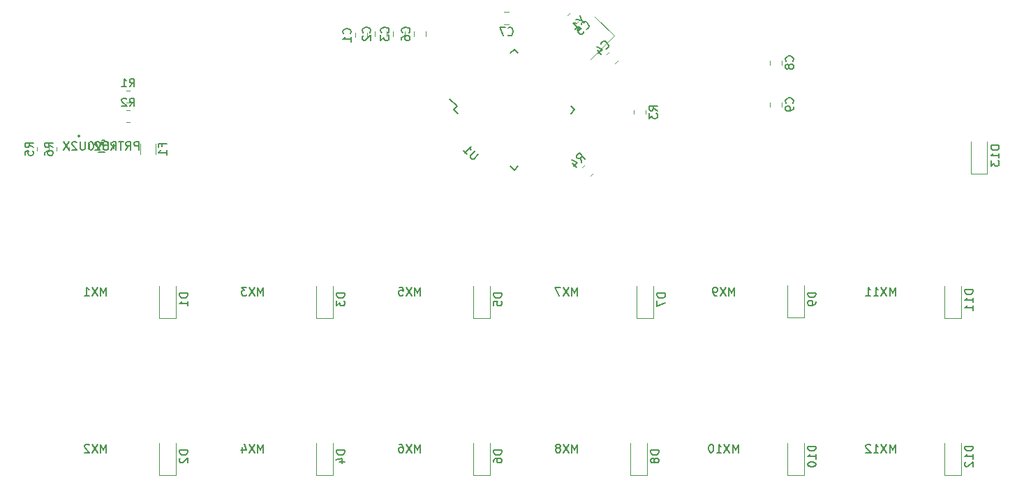
<source format=gbr>
%TF.GenerationSoftware,KiCad,Pcbnew,(5.1.9)-1*%
%TF.CreationDate,2021-03-22T08:17:26-07:00*%
%TF.ProjectId,millipad,6d696c6c-6970-4616-942e-6b696361645f,rev?*%
%TF.SameCoordinates,Original*%
%TF.FileFunction,Legend,Bot*%
%TF.FilePolarity,Positive*%
%FSLAX46Y46*%
G04 Gerber Fmt 4.6, Leading zero omitted, Abs format (unit mm)*
G04 Created by KiCad (PCBNEW (5.1.9)-1) date 2021-03-22 08:17:26*
%MOMM*%
%LPD*%
G01*
G04 APERTURE LIST*
%ADD10C,0.120000*%
%ADD11C,0.152400*%
%ADD12C,0.150000*%
G04 APERTURE END LIST*
D10*
%TO.C,C1*%
X120391250Y-44664998D02*
X120391250Y-45187502D01*
X121861250Y-44664998D02*
X121861250Y-45187502D01*
%TO.C,Y1*%
X149472487Y-42662810D02*
X151805940Y-44996263D01*
X151805940Y-44996263D02*
X148977513Y-47824690D01*
D11*
%TO.C,U2*%
X89270839Y-59118500D02*
X90022761Y-59118500D01*
X91145400Y-58724195D02*
X91145400Y-58115803D01*
X90022760Y-57721500D02*
X89677240Y-57721500D01*
X88148200Y-58115803D02*
X88148200Y-58724195D01*
X87005200Y-57175400D02*
G75*
G03*
X87005200Y-57175400I-127000J0D01*
G01*
D12*
%TO.C,U1*%
X132381445Y-53975000D02*
X132788031Y-53568414D01*
X139700000Y-61293555D02*
X140177297Y-60816258D01*
X147018555Y-53975000D02*
X146541258Y-54452297D01*
X139700000Y-46656445D02*
X139222703Y-47133742D01*
X132381445Y-53975000D02*
X132858742Y-54452297D01*
X139700000Y-46656445D02*
X140177297Y-47133742D01*
X147018555Y-53975000D02*
X146541258Y-53497703D01*
X139700000Y-61293555D02*
X139222703Y-60816258D01*
X132788031Y-53568414D02*
X131886470Y-52666852D01*
D10*
%TO.C,R6*%
X84196250Y-58510436D02*
X84196250Y-58964564D01*
X85666250Y-58510436D02*
X85666250Y-58964564D01*
%TO.C,R5*%
X81815000Y-58510436D02*
X81815000Y-58964564D01*
X83285000Y-58510436D02*
X83285000Y-58964564D01*
%TO.C,R4*%
X148230835Y-60637218D02*
X147909718Y-60958335D01*
X149270282Y-61676665D02*
X148949165Y-61997782D01*
%TO.C,R3*%
X155675000Y-54479564D02*
X155675000Y-54025436D01*
X154205000Y-54479564D02*
X154205000Y-54025436D01*
%TO.C,R2*%
X93095814Y-54033750D02*
X92641686Y-54033750D01*
X93095814Y-55503750D02*
X92641686Y-55503750D01*
%TO.C,R1*%
X93095814Y-51652500D02*
X92641686Y-51652500D01*
X93095814Y-53122500D02*
X92641686Y-53122500D01*
%TO.C,F1*%
X96160000Y-59339564D02*
X96160000Y-58135436D01*
X94340000Y-59339564D02*
X94340000Y-58135436D01*
%TO.C,D13*%
X197056250Y-61781250D02*
X195056250Y-61781250D01*
X195056250Y-61781250D02*
X195056250Y-57881250D01*
X197056250Y-61781250D02*
X197056250Y-57881250D01*
%TO.C,D12*%
X193881250Y-98293750D02*
X191881250Y-98293750D01*
X191881250Y-98293750D02*
X191881250Y-94393750D01*
X193881250Y-98293750D02*
X193881250Y-94393750D01*
%TO.C,D11*%
X193881250Y-79306250D02*
X191881250Y-79306250D01*
X191881250Y-79306250D02*
X191881250Y-75406250D01*
X193881250Y-79306250D02*
X193881250Y-75406250D01*
%TO.C,D10*%
X174831250Y-98293750D02*
X172831250Y-98293750D01*
X172831250Y-98293750D02*
X172831250Y-94393750D01*
X174831250Y-98293750D02*
X174831250Y-94393750D01*
%TO.C,D9*%
X174831250Y-79181250D02*
X172831250Y-79181250D01*
X172831250Y-79181250D02*
X172831250Y-75281250D01*
X174831250Y-79181250D02*
X174831250Y-75281250D01*
%TO.C,D8*%
X155781250Y-98293750D02*
X153781250Y-98293750D01*
X153781250Y-98293750D02*
X153781250Y-94393750D01*
X155781250Y-98293750D02*
X155781250Y-94393750D01*
%TO.C,D7*%
X156575000Y-79243750D02*
X154575000Y-79243750D01*
X154575000Y-79243750D02*
X154575000Y-75343750D01*
X156575000Y-79243750D02*
X156575000Y-75343750D01*
%TO.C,D6*%
X136731250Y-98293750D02*
X134731250Y-98293750D01*
X134731250Y-98293750D02*
X134731250Y-94393750D01*
X136731250Y-98293750D02*
X136731250Y-94393750D01*
%TO.C,D5*%
X136731250Y-79243750D02*
X134731250Y-79243750D01*
X134731250Y-79243750D02*
X134731250Y-75343750D01*
X136731250Y-79243750D02*
X136731250Y-75343750D01*
%TO.C,D4*%
X117681250Y-98293750D02*
X115681250Y-98293750D01*
X115681250Y-98293750D02*
X115681250Y-94393750D01*
X117681250Y-98293750D02*
X117681250Y-94393750D01*
%TO.C,D3*%
X117681250Y-79243750D02*
X115681250Y-79243750D01*
X115681250Y-79243750D02*
X115681250Y-75343750D01*
X117681250Y-79243750D02*
X117681250Y-75343750D01*
%TO.C,D2*%
X98631250Y-98293750D02*
X96631250Y-98293750D01*
X96631250Y-98293750D02*
X96631250Y-94393750D01*
X98631250Y-98293750D02*
X98631250Y-94393750D01*
%TO.C,D1*%
X98631250Y-79243750D02*
X96631250Y-79243750D01*
X96631250Y-79243750D02*
X96631250Y-75343750D01*
X98631250Y-79243750D02*
X98631250Y-75343750D01*
%TO.C,C9*%
X172185000Y-53601252D02*
X172185000Y-53078748D01*
X170715000Y-53601252D02*
X170715000Y-53078748D01*
%TO.C,C8*%
X172185000Y-48521252D02*
X172185000Y-47998748D01*
X170715000Y-48521252D02*
X170715000Y-47998748D01*
%TO.C,C7*%
X138488748Y-43597500D02*
X139011252Y-43597500D01*
X138488748Y-42127500D02*
X139011252Y-42127500D01*
%TO.C,C6*%
X127535000Y-44508748D02*
X127535000Y-45031252D01*
X129005000Y-44508748D02*
X129005000Y-45031252D01*
%TO.C,C5*%
X147178740Y-43566957D02*
X147548207Y-43197490D01*
X146139293Y-42527510D02*
X146508760Y-42158043D01*
%TO.C,C4*%
X151271260Y-46920543D02*
X150901793Y-47290010D01*
X152310707Y-47959990D02*
X151941240Y-48329457D01*
%TO.C,C3*%
X124995000Y-44508748D02*
X124995000Y-45031252D01*
X126465000Y-44508748D02*
X126465000Y-45031252D01*
%TO.C,C2*%
X122772500Y-44508748D02*
X122772500Y-45031252D01*
X124242500Y-44508748D02*
X124242500Y-45031252D01*
%TO.C,C1*%
D12*
X119803392Y-44759583D02*
X119851011Y-44711964D01*
X119898630Y-44569107D01*
X119898630Y-44473869D01*
X119851011Y-44331011D01*
X119755773Y-44235773D01*
X119660535Y-44188154D01*
X119470059Y-44140535D01*
X119327202Y-44140535D01*
X119136726Y-44188154D01*
X119041488Y-44235773D01*
X118946250Y-44331011D01*
X118898630Y-44473869D01*
X118898630Y-44569107D01*
X118946250Y-44711964D01*
X118993869Y-44759583D01*
X119898630Y-45711964D02*
X119898630Y-45140535D01*
X119898630Y-45426250D02*
X118898630Y-45426250D01*
X119041488Y-45331011D01*
X119136726Y-45235773D01*
X119184345Y-45140535D01*
%TO.C,Y1*%
X147812469Y-43157784D02*
X148149187Y-43494502D01*
X147677782Y-42551693D02*
X147812469Y-43157784D01*
X147206378Y-43023097D01*
X147307393Y-44336295D02*
X147711454Y-43932234D01*
X147509423Y-44134265D02*
X146802317Y-43427158D01*
X146970675Y-43460830D01*
X147105362Y-43460830D01*
X147206378Y-43427158D01*
%TO.C,U2*%
X90408704Y-57872380D02*
X90408704Y-58681904D01*
X90361085Y-58777142D01*
X90313466Y-58824761D01*
X90218228Y-58872380D01*
X90027752Y-58872380D01*
X89932514Y-58824761D01*
X89884895Y-58777142D01*
X89837276Y-58681904D01*
X89837276Y-57872380D01*
X89408704Y-57967619D02*
X89361085Y-57920000D01*
X89265847Y-57872380D01*
X89027752Y-57872380D01*
X88932514Y-57920000D01*
X88884895Y-57967619D01*
X88837276Y-58062857D01*
X88837276Y-58158095D01*
X88884895Y-58300952D01*
X89456323Y-58872380D01*
X88837276Y-58872380D01*
X94146800Y-58872380D02*
X94146800Y-57872380D01*
X93765847Y-57872380D01*
X93670609Y-57920000D01*
X93622990Y-57967619D01*
X93575371Y-58062857D01*
X93575371Y-58205714D01*
X93622990Y-58300952D01*
X93670609Y-58348571D01*
X93765847Y-58396190D01*
X94146800Y-58396190D01*
X92575371Y-58872380D02*
X92908704Y-58396190D01*
X93146800Y-58872380D02*
X93146800Y-57872380D01*
X92765847Y-57872380D01*
X92670609Y-57920000D01*
X92622990Y-57967619D01*
X92575371Y-58062857D01*
X92575371Y-58205714D01*
X92622990Y-58300952D01*
X92670609Y-58348571D01*
X92765847Y-58396190D01*
X93146800Y-58396190D01*
X92289657Y-57872380D02*
X91718228Y-57872380D01*
X92003942Y-58872380D02*
X92003942Y-57872380D01*
X90813466Y-58872380D02*
X91146800Y-58396190D01*
X91384895Y-58872380D02*
X91384895Y-57872380D01*
X91003942Y-57872380D01*
X90908704Y-57920000D01*
X90861085Y-57967619D01*
X90813466Y-58062857D01*
X90813466Y-58205714D01*
X90861085Y-58300952D01*
X90908704Y-58348571D01*
X91003942Y-58396190D01*
X91384895Y-58396190D01*
X89908704Y-57872380D02*
X90384895Y-57872380D01*
X90432514Y-58348571D01*
X90384895Y-58300952D01*
X90289657Y-58253333D01*
X90051561Y-58253333D01*
X89956323Y-58300952D01*
X89908704Y-58348571D01*
X89861085Y-58443809D01*
X89861085Y-58681904D01*
X89908704Y-58777142D01*
X89956323Y-58824761D01*
X90051561Y-58872380D01*
X90289657Y-58872380D01*
X90384895Y-58824761D01*
X90432514Y-58777142D01*
X89575371Y-57872380D02*
X89242038Y-58872380D01*
X88908704Y-57872380D01*
X88384895Y-57872380D02*
X88289657Y-57872380D01*
X88194419Y-57920000D01*
X88146800Y-57967619D01*
X88099180Y-58062857D01*
X88051561Y-58253333D01*
X88051561Y-58491428D01*
X88099180Y-58681904D01*
X88146800Y-58777142D01*
X88194419Y-58824761D01*
X88289657Y-58872380D01*
X88384895Y-58872380D01*
X88480133Y-58824761D01*
X88527752Y-58777142D01*
X88575371Y-58681904D01*
X88622990Y-58491428D01*
X88622990Y-58253333D01*
X88575371Y-58062857D01*
X88527752Y-57967619D01*
X88480133Y-57920000D01*
X88384895Y-57872380D01*
X87622990Y-57872380D02*
X87622990Y-58681904D01*
X87575371Y-58777142D01*
X87527752Y-58824761D01*
X87432514Y-58872380D01*
X87242038Y-58872380D01*
X87146800Y-58824761D01*
X87099180Y-58777142D01*
X87051561Y-58681904D01*
X87051561Y-57872380D01*
X86622990Y-57967619D02*
X86575371Y-57920000D01*
X86480133Y-57872380D01*
X86242038Y-57872380D01*
X86146800Y-57920000D01*
X86099180Y-57967619D01*
X86051561Y-58062857D01*
X86051561Y-58158095D01*
X86099180Y-58300952D01*
X86670609Y-58872380D01*
X86051561Y-58872380D01*
X85718228Y-57872380D02*
X85051561Y-58872380D01*
X85051561Y-57872380D02*
X85718228Y-58872380D01*
X89646800Y-57872380D02*
X89646800Y-58110476D01*
X89884895Y-58015238D02*
X89646800Y-58110476D01*
X89408704Y-58015238D01*
X89789657Y-58300952D02*
X89646800Y-58110476D01*
X89503942Y-58300952D01*
%TO.C,U1*%
X135358027Y-59394468D02*
X134785607Y-59966888D01*
X134684592Y-60000560D01*
X134617248Y-60000560D01*
X134516233Y-59966888D01*
X134381546Y-59832201D01*
X134347874Y-59731186D01*
X134347874Y-59663842D01*
X134381546Y-59562827D01*
X134953966Y-58990407D01*
X133539752Y-58990407D02*
X133943813Y-59394468D01*
X133741783Y-59192438D02*
X134448889Y-58485331D01*
X134415218Y-58653690D01*
X134415218Y-58788377D01*
X134448889Y-58889392D01*
%TO.C,R6*%
X83733630Y-58570833D02*
X83257440Y-58237500D01*
X83733630Y-57999404D02*
X82733630Y-57999404D01*
X82733630Y-58380357D01*
X82781250Y-58475595D01*
X82828869Y-58523214D01*
X82924107Y-58570833D01*
X83066964Y-58570833D01*
X83162202Y-58523214D01*
X83209821Y-58475595D01*
X83257440Y-58380357D01*
X83257440Y-57999404D01*
X82733630Y-59427976D02*
X82733630Y-59237500D01*
X82781250Y-59142261D01*
X82828869Y-59094642D01*
X82971726Y-58999404D01*
X83162202Y-58951785D01*
X83543154Y-58951785D01*
X83638392Y-58999404D01*
X83686011Y-59047023D01*
X83733630Y-59142261D01*
X83733630Y-59332738D01*
X83686011Y-59427976D01*
X83638392Y-59475595D01*
X83543154Y-59523214D01*
X83305059Y-59523214D01*
X83209821Y-59475595D01*
X83162202Y-59427976D01*
X83114583Y-59332738D01*
X83114583Y-59142261D01*
X83162202Y-59047023D01*
X83209821Y-58999404D01*
X83305059Y-58951785D01*
%TO.C,R5*%
X81352380Y-58570833D02*
X80876190Y-58237500D01*
X81352380Y-57999404D02*
X80352380Y-57999404D01*
X80352380Y-58380357D01*
X80400000Y-58475595D01*
X80447619Y-58523214D01*
X80542857Y-58570833D01*
X80685714Y-58570833D01*
X80780952Y-58523214D01*
X80828571Y-58475595D01*
X80876190Y-58380357D01*
X80876190Y-57999404D01*
X80352380Y-59475595D02*
X80352380Y-58999404D01*
X80828571Y-58951785D01*
X80780952Y-58999404D01*
X80733333Y-59094642D01*
X80733333Y-59332738D01*
X80780952Y-59427976D01*
X80828571Y-59475595D01*
X80923809Y-59523214D01*
X81161904Y-59523214D01*
X81257142Y-59475595D01*
X81304761Y-59427976D01*
X81352380Y-59332738D01*
X81352380Y-59094642D01*
X81304761Y-58999404D01*
X81257142Y-58951785D01*
%TO.C,R4*%
X147861006Y-60352804D02*
X147759991Y-59780384D01*
X148265067Y-59948743D02*
X147557961Y-59241636D01*
X147288586Y-59511010D01*
X147254915Y-59612025D01*
X147254915Y-59679369D01*
X147288586Y-59780384D01*
X147389602Y-59881399D01*
X147490617Y-59915071D01*
X147557961Y-59915071D01*
X147658976Y-59881399D01*
X147928350Y-59612025D01*
X146783510Y-60487491D02*
X147254915Y-60958896D01*
X146682495Y-60049758D02*
X147355930Y-60386476D01*
X146918197Y-60824209D01*
%TO.C,R3*%
X157042380Y-54085833D02*
X156566190Y-53752500D01*
X157042380Y-53514404D02*
X156042380Y-53514404D01*
X156042380Y-53895357D01*
X156090000Y-53990595D01*
X156137619Y-54038214D01*
X156232857Y-54085833D01*
X156375714Y-54085833D01*
X156470952Y-54038214D01*
X156518571Y-53990595D01*
X156566190Y-53895357D01*
X156566190Y-53514404D01*
X156042380Y-54419166D02*
X156042380Y-55038214D01*
X156423333Y-54704880D01*
X156423333Y-54847738D01*
X156470952Y-54942976D01*
X156518571Y-54990595D01*
X156613809Y-55038214D01*
X156851904Y-55038214D01*
X156947142Y-54990595D01*
X156994761Y-54942976D01*
X157042380Y-54847738D01*
X157042380Y-54562023D01*
X156994761Y-54466785D01*
X156947142Y-54419166D01*
%TO.C,R2*%
X93035416Y-53571130D02*
X93368750Y-53094940D01*
X93606845Y-53571130D02*
X93606845Y-52571130D01*
X93225892Y-52571130D01*
X93130654Y-52618750D01*
X93083035Y-52666369D01*
X93035416Y-52761607D01*
X93035416Y-52904464D01*
X93083035Y-52999702D01*
X93130654Y-53047321D01*
X93225892Y-53094940D01*
X93606845Y-53094940D01*
X92654464Y-52666369D02*
X92606845Y-52618750D01*
X92511607Y-52571130D01*
X92273511Y-52571130D01*
X92178273Y-52618750D01*
X92130654Y-52666369D01*
X92083035Y-52761607D01*
X92083035Y-52856845D01*
X92130654Y-52999702D01*
X92702083Y-53571130D01*
X92083035Y-53571130D01*
%TO.C,R1*%
X93035416Y-51189880D02*
X93368750Y-50713690D01*
X93606845Y-51189880D02*
X93606845Y-50189880D01*
X93225892Y-50189880D01*
X93130654Y-50237500D01*
X93083035Y-50285119D01*
X93035416Y-50380357D01*
X93035416Y-50523214D01*
X93083035Y-50618452D01*
X93130654Y-50666071D01*
X93225892Y-50713690D01*
X93606845Y-50713690D01*
X92083035Y-51189880D02*
X92654464Y-51189880D01*
X92368750Y-51189880D02*
X92368750Y-50189880D01*
X92463988Y-50332738D01*
X92559226Y-50427976D01*
X92654464Y-50475595D01*
%TO.C,MX12*%
X185911904Y-95575380D02*
X185911904Y-94575380D01*
X185578571Y-95289666D01*
X185245238Y-94575380D01*
X185245238Y-95575380D01*
X184864285Y-94575380D02*
X184197619Y-95575380D01*
X184197619Y-94575380D02*
X184864285Y-95575380D01*
X183292857Y-95575380D02*
X183864285Y-95575380D01*
X183578571Y-95575380D02*
X183578571Y-94575380D01*
X183673809Y-94718238D01*
X183769047Y-94813476D01*
X183864285Y-94861095D01*
X182911904Y-94670619D02*
X182864285Y-94623000D01*
X182769047Y-94575380D01*
X182530952Y-94575380D01*
X182435714Y-94623000D01*
X182388095Y-94670619D01*
X182340476Y-94765857D01*
X182340476Y-94861095D01*
X182388095Y-95003952D01*
X182959523Y-95575380D01*
X182340476Y-95575380D01*
%TO.C,MX11*%
X185911904Y-76525380D02*
X185911904Y-75525380D01*
X185578571Y-76239666D01*
X185245238Y-75525380D01*
X185245238Y-76525380D01*
X184864285Y-75525380D02*
X184197619Y-76525380D01*
X184197619Y-75525380D02*
X184864285Y-76525380D01*
X183292857Y-76525380D02*
X183864285Y-76525380D01*
X183578571Y-76525380D02*
X183578571Y-75525380D01*
X183673809Y-75668238D01*
X183769047Y-75763476D01*
X183864285Y-75811095D01*
X182340476Y-76525380D02*
X182911904Y-76525380D01*
X182626190Y-76525380D02*
X182626190Y-75525380D01*
X182721428Y-75668238D01*
X182816666Y-75763476D01*
X182911904Y-75811095D01*
%TO.C,MX10*%
X166861904Y-95575380D02*
X166861904Y-94575380D01*
X166528571Y-95289666D01*
X166195238Y-94575380D01*
X166195238Y-95575380D01*
X165814285Y-94575380D02*
X165147619Y-95575380D01*
X165147619Y-94575380D02*
X165814285Y-95575380D01*
X164242857Y-95575380D02*
X164814285Y-95575380D01*
X164528571Y-95575380D02*
X164528571Y-94575380D01*
X164623809Y-94718238D01*
X164719047Y-94813476D01*
X164814285Y-94861095D01*
X163623809Y-94575380D02*
X163528571Y-94575380D01*
X163433333Y-94623000D01*
X163385714Y-94670619D01*
X163338095Y-94765857D01*
X163290476Y-94956333D01*
X163290476Y-95194428D01*
X163338095Y-95384904D01*
X163385714Y-95480142D01*
X163433333Y-95527761D01*
X163528571Y-95575380D01*
X163623809Y-95575380D01*
X163719047Y-95527761D01*
X163766666Y-95480142D01*
X163814285Y-95384904D01*
X163861904Y-95194428D01*
X163861904Y-94956333D01*
X163814285Y-94765857D01*
X163766666Y-94670619D01*
X163719047Y-94623000D01*
X163623809Y-94575380D01*
%TO.C,MX9*%
X166385714Y-76525380D02*
X166385714Y-75525380D01*
X166052380Y-76239666D01*
X165719047Y-75525380D01*
X165719047Y-76525380D01*
X165338095Y-75525380D02*
X164671428Y-76525380D01*
X164671428Y-75525380D02*
X165338095Y-76525380D01*
X164242857Y-76525380D02*
X164052380Y-76525380D01*
X163957142Y-76477761D01*
X163909523Y-76430142D01*
X163814285Y-76287285D01*
X163766666Y-76096809D01*
X163766666Y-75715857D01*
X163814285Y-75620619D01*
X163861904Y-75573000D01*
X163957142Y-75525380D01*
X164147619Y-75525380D01*
X164242857Y-75573000D01*
X164290476Y-75620619D01*
X164338095Y-75715857D01*
X164338095Y-75953952D01*
X164290476Y-76049190D01*
X164242857Y-76096809D01*
X164147619Y-76144428D01*
X163957142Y-76144428D01*
X163861904Y-76096809D01*
X163814285Y-76049190D01*
X163766666Y-75953952D01*
%TO.C,MX8*%
X147335714Y-95575380D02*
X147335714Y-94575380D01*
X147002380Y-95289666D01*
X146669047Y-94575380D01*
X146669047Y-95575380D01*
X146288095Y-94575380D02*
X145621428Y-95575380D01*
X145621428Y-94575380D02*
X146288095Y-95575380D01*
X145097619Y-95003952D02*
X145192857Y-94956333D01*
X145240476Y-94908714D01*
X145288095Y-94813476D01*
X145288095Y-94765857D01*
X145240476Y-94670619D01*
X145192857Y-94623000D01*
X145097619Y-94575380D01*
X144907142Y-94575380D01*
X144811904Y-94623000D01*
X144764285Y-94670619D01*
X144716666Y-94765857D01*
X144716666Y-94813476D01*
X144764285Y-94908714D01*
X144811904Y-94956333D01*
X144907142Y-95003952D01*
X145097619Y-95003952D01*
X145192857Y-95051571D01*
X145240476Y-95099190D01*
X145288095Y-95194428D01*
X145288095Y-95384904D01*
X145240476Y-95480142D01*
X145192857Y-95527761D01*
X145097619Y-95575380D01*
X144907142Y-95575380D01*
X144811904Y-95527761D01*
X144764285Y-95480142D01*
X144716666Y-95384904D01*
X144716666Y-95194428D01*
X144764285Y-95099190D01*
X144811904Y-95051571D01*
X144907142Y-95003952D01*
%TO.C,MX7*%
X147335714Y-76525380D02*
X147335714Y-75525380D01*
X147002380Y-76239666D01*
X146669047Y-75525380D01*
X146669047Y-76525380D01*
X146288095Y-75525380D02*
X145621428Y-76525380D01*
X145621428Y-75525380D02*
X146288095Y-76525380D01*
X145335714Y-75525380D02*
X144669047Y-75525380D01*
X145097619Y-76525380D01*
%TO.C,MX6*%
X128285714Y-95575380D02*
X128285714Y-94575380D01*
X127952380Y-95289666D01*
X127619047Y-94575380D01*
X127619047Y-95575380D01*
X127238095Y-94575380D02*
X126571428Y-95575380D01*
X126571428Y-94575380D02*
X127238095Y-95575380D01*
X125761904Y-94575380D02*
X125952380Y-94575380D01*
X126047619Y-94623000D01*
X126095238Y-94670619D01*
X126190476Y-94813476D01*
X126238095Y-95003952D01*
X126238095Y-95384904D01*
X126190476Y-95480142D01*
X126142857Y-95527761D01*
X126047619Y-95575380D01*
X125857142Y-95575380D01*
X125761904Y-95527761D01*
X125714285Y-95480142D01*
X125666666Y-95384904D01*
X125666666Y-95146809D01*
X125714285Y-95051571D01*
X125761904Y-95003952D01*
X125857142Y-94956333D01*
X126047619Y-94956333D01*
X126142857Y-95003952D01*
X126190476Y-95051571D01*
X126238095Y-95146809D01*
%TO.C,MX5*%
X128285714Y-76525380D02*
X128285714Y-75525380D01*
X127952380Y-76239666D01*
X127619047Y-75525380D01*
X127619047Y-76525380D01*
X127238095Y-75525380D02*
X126571428Y-76525380D01*
X126571428Y-75525380D02*
X127238095Y-76525380D01*
X125714285Y-75525380D02*
X126190476Y-75525380D01*
X126238095Y-76001571D01*
X126190476Y-75953952D01*
X126095238Y-75906333D01*
X125857142Y-75906333D01*
X125761904Y-75953952D01*
X125714285Y-76001571D01*
X125666666Y-76096809D01*
X125666666Y-76334904D01*
X125714285Y-76430142D01*
X125761904Y-76477761D01*
X125857142Y-76525380D01*
X126095238Y-76525380D01*
X126190476Y-76477761D01*
X126238095Y-76430142D01*
%TO.C,MX4*%
X109235714Y-95575380D02*
X109235714Y-94575380D01*
X108902380Y-95289666D01*
X108569047Y-94575380D01*
X108569047Y-95575380D01*
X108188095Y-94575380D02*
X107521428Y-95575380D01*
X107521428Y-94575380D02*
X108188095Y-95575380D01*
X106711904Y-94908714D02*
X106711904Y-95575380D01*
X106950000Y-94527761D02*
X107188095Y-95242047D01*
X106569047Y-95242047D01*
%TO.C,MX3*%
X109235714Y-76525380D02*
X109235714Y-75525380D01*
X108902380Y-76239666D01*
X108569047Y-75525380D01*
X108569047Y-76525380D01*
X108188095Y-75525380D02*
X107521428Y-76525380D01*
X107521428Y-75525380D02*
X108188095Y-76525380D01*
X107235714Y-75525380D02*
X106616666Y-75525380D01*
X106950000Y-75906333D01*
X106807142Y-75906333D01*
X106711904Y-75953952D01*
X106664285Y-76001571D01*
X106616666Y-76096809D01*
X106616666Y-76334904D01*
X106664285Y-76430142D01*
X106711904Y-76477761D01*
X106807142Y-76525380D01*
X107092857Y-76525380D01*
X107188095Y-76477761D01*
X107235714Y-76430142D01*
%TO.C,MX2*%
X90185714Y-95575380D02*
X90185714Y-94575380D01*
X89852380Y-95289666D01*
X89519047Y-94575380D01*
X89519047Y-95575380D01*
X89138095Y-94575380D02*
X88471428Y-95575380D01*
X88471428Y-94575380D02*
X89138095Y-95575380D01*
X88138095Y-94670619D02*
X88090476Y-94623000D01*
X87995238Y-94575380D01*
X87757142Y-94575380D01*
X87661904Y-94623000D01*
X87614285Y-94670619D01*
X87566666Y-94765857D01*
X87566666Y-94861095D01*
X87614285Y-95003952D01*
X88185714Y-95575380D01*
X87566666Y-95575380D01*
%TO.C,MX1*%
X90185714Y-76525380D02*
X90185714Y-75525380D01*
X89852380Y-76239666D01*
X89519047Y-75525380D01*
X89519047Y-76525380D01*
X89138095Y-75525380D02*
X88471428Y-76525380D01*
X88471428Y-75525380D02*
X89138095Y-76525380D01*
X87566666Y-76525380D02*
X88138095Y-76525380D01*
X87852380Y-76525380D02*
X87852380Y-75525380D01*
X87947619Y-75668238D01*
X88042857Y-75763476D01*
X88138095Y-75811095D01*
%TO.C,F1*%
X96998571Y-58404166D02*
X96998571Y-58070833D01*
X97522380Y-58070833D02*
X96522380Y-58070833D01*
X96522380Y-58547023D01*
X97522380Y-59451785D02*
X97522380Y-58880357D01*
X97522380Y-59166071D02*
X96522380Y-59166071D01*
X96665238Y-59070833D01*
X96760476Y-58975595D01*
X96808095Y-58880357D01*
%TO.C,D13*%
X198508630Y-58316964D02*
X197508630Y-58316964D01*
X197508630Y-58555059D01*
X197556250Y-58697916D01*
X197651488Y-58793154D01*
X197746726Y-58840773D01*
X197937202Y-58888392D01*
X198080059Y-58888392D01*
X198270535Y-58840773D01*
X198365773Y-58793154D01*
X198461011Y-58697916D01*
X198508630Y-58555059D01*
X198508630Y-58316964D01*
X198508630Y-59840773D02*
X198508630Y-59269345D01*
X198508630Y-59555059D02*
X197508630Y-59555059D01*
X197651488Y-59459821D01*
X197746726Y-59364583D01*
X197794345Y-59269345D01*
X197508630Y-60174107D02*
X197508630Y-60793154D01*
X197889583Y-60459821D01*
X197889583Y-60602678D01*
X197937202Y-60697916D01*
X197984821Y-60745535D01*
X198080059Y-60793154D01*
X198318154Y-60793154D01*
X198413392Y-60745535D01*
X198461011Y-60697916D01*
X198508630Y-60602678D01*
X198508630Y-60316964D01*
X198461011Y-60221726D01*
X198413392Y-60174107D01*
%TO.C,D12*%
X195333630Y-94829464D02*
X194333630Y-94829464D01*
X194333630Y-95067559D01*
X194381250Y-95210416D01*
X194476488Y-95305654D01*
X194571726Y-95353273D01*
X194762202Y-95400892D01*
X194905059Y-95400892D01*
X195095535Y-95353273D01*
X195190773Y-95305654D01*
X195286011Y-95210416D01*
X195333630Y-95067559D01*
X195333630Y-94829464D01*
X195333630Y-96353273D02*
X195333630Y-95781845D01*
X195333630Y-96067559D02*
X194333630Y-96067559D01*
X194476488Y-95972321D01*
X194571726Y-95877083D01*
X194619345Y-95781845D01*
X194428869Y-96734226D02*
X194381250Y-96781845D01*
X194333630Y-96877083D01*
X194333630Y-97115178D01*
X194381250Y-97210416D01*
X194428869Y-97258035D01*
X194524107Y-97305654D01*
X194619345Y-97305654D01*
X194762202Y-97258035D01*
X195333630Y-96686607D01*
X195333630Y-97305654D01*
%TO.C,D11*%
X195333630Y-75841964D02*
X194333630Y-75841964D01*
X194333630Y-76080059D01*
X194381250Y-76222916D01*
X194476488Y-76318154D01*
X194571726Y-76365773D01*
X194762202Y-76413392D01*
X194905059Y-76413392D01*
X195095535Y-76365773D01*
X195190773Y-76318154D01*
X195286011Y-76222916D01*
X195333630Y-76080059D01*
X195333630Y-75841964D01*
X195333630Y-77365773D02*
X195333630Y-76794345D01*
X195333630Y-77080059D02*
X194333630Y-77080059D01*
X194476488Y-76984821D01*
X194571726Y-76889583D01*
X194619345Y-76794345D01*
X195333630Y-78318154D02*
X195333630Y-77746726D01*
X195333630Y-78032440D02*
X194333630Y-78032440D01*
X194476488Y-77937202D01*
X194571726Y-77841964D01*
X194619345Y-77746726D01*
%TO.C,D10*%
X176283630Y-94829464D02*
X175283630Y-94829464D01*
X175283630Y-95067559D01*
X175331250Y-95210416D01*
X175426488Y-95305654D01*
X175521726Y-95353273D01*
X175712202Y-95400892D01*
X175855059Y-95400892D01*
X176045535Y-95353273D01*
X176140773Y-95305654D01*
X176236011Y-95210416D01*
X176283630Y-95067559D01*
X176283630Y-94829464D01*
X176283630Y-96353273D02*
X176283630Y-95781845D01*
X176283630Y-96067559D02*
X175283630Y-96067559D01*
X175426488Y-95972321D01*
X175521726Y-95877083D01*
X175569345Y-95781845D01*
X175283630Y-96972321D02*
X175283630Y-97067559D01*
X175331250Y-97162797D01*
X175378869Y-97210416D01*
X175474107Y-97258035D01*
X175664583Y-97305654D01*
X175902678Y-97305654D01*
X176093154Y-97258035D01*
X176188392Y-97210416D01*
X176236011Y-97162797D01*
X176283630Y-97067559D01*
X176283630Y-96972321D01*
X176236011Y-96877083D01*
X176188392Y-96829464D01*
X176093154Y-96781845D01*
X175902678Y-96734226D01*
X175664583Y-96734226D01*
X175474107Y-96781845D01*
X175378869Y-96829464D01*
X175331250Y-96877083D01*
X175283630Y-96972321D01*
%TO.C,D9*%
X176283630Y-76193154D02*
X175283630Y-76193154D01*
X175283630Y-76431250D01*
X175331250Y-76574107D01*
X175426488Y-76669345D01*
X175521726Y-76716964D01*
X175712202Y-76764583D01*
X175855059Y-76764583D01*
X176045535Y-76716964D01*
X176140773Y-76669345D01*
X176236011Y-76574107D01*
X176283630Y-76431250D01*
X176283630Y-76193154D01*
X176283630Y-77240773D02*
X176283630Y-77431250D01*
X176236011Y-77526488D01*
X176188392Y-77574107D01*
X176045535Y-77669345D01*
X175855059Y-77716964D01*
X175474107Y-77716964D01*
X175378869Y-77669345D01*
X175331250Y-77621726D01*
X175283630Y-77526488D01*
X175283630Y-77336011D01*
X175331250Y-77240773D01*
X175378869Y-77193154D01*
X175474107Y-77145535D01*
X175712202Y-77145535D01*
X175807440Y-77193154D01*
X175855059Y-77240773D01*
X175902678Y-77336011D01*
X175902678Y-77526488D01*
X175855059Y-77621726D01*
X175807440Y-77669345D01*
X175712202Y-77716964D01*
%TO.C,D8*%
X157233630Y-95305654D02*
X156233630Y-95305654D01*
X156233630Y-95543750D01*
X156281250Y-95686607D01*
X156376488Y-95781845D01*
X156471726Y-95829464D01*
X156662202Y-95877083D01*
X156805059Y-95877083D01*
X156995535Y-95829464D01*
X157090773Y-95781845D01*
X157186011Y-95686607D01*
X157233630Y-95543750D01*
X157233630Y-95305654D01*
X156662202Y-96448511D02*
X156614583Y-96353273D01*
X156566964Y-96305654D01*
X156471726Y-96258035D01*
X156424107Y-96258035D01*
X156328869Y-96305654D01*
X156281250Y-96353273D01*
X156233630Y-96448511D01*
X156233630Y-96638988D01*
X156281250Y-96734226D01*
X156328869Y-96781845D01*
X156424107Y-96829464D01*
X156471726Y-96829464D01*
X156566964Y-96781845D01*
X156614583Y-96734226D01*
X156662202Y-96638988D01*
X156662202Y-96448511D01*
X156709821Y-96353273D01*
X156757440Y-96305654D01*
X156852678Y-96258035D01*
X157043154Y-96258035D01*
X157138392Y-96305654D01*
X157186011Y-96353273D01*
X157233630Y-96448511D01*
X157233630Y-96638988D01*
X157186011Y-96734226D01*
X157138392Y-96781845D01*
X157043154Y-96829464D01*
X156852678Y-96829464D01*
X156757440Y-96781845D01*
X156709821Y-96734226D01*
X156662202Y-96638988D01*
%TO.C,D7*%
X158027380Y-76255654D02*
X157027380Y-76255654D01*
X157027380Y-76493750D01*
X157075000Y-76636607D01*
X157170238Y-76731845D01*
X157265476Y-76779464D01*
X157455952Y-76827083D01*
X157598809Y-76827083D01*
X157789285Y-76779464D01*
X157884523Y-76731845D01*
X157979761Y-76636607D01*
X158027380Y-76493750D01*
X158027380Y-76255654D01*
X157027380Y-77160416D02*
X157027380Y-77827083D01*
X158027380Y-77398511D01*
%TO.C,D6*%
X138183630Y-95305654D02*
X137183630Y-95305654D01*
X137183630Y-95543750D01*
X137231250Y-95686607D01*
X137326488Y-95781845D01*
X137421726Y-95829464D01*
X137612202Y-95877083D01*
X137755059Y-95877083D01*
X137945535Y-95829464D01*
X138040773Y-95781845D01*
X138136011Y-95686607D01*
X138183630Y-95543750D01*
X138183630Y-95305654D01*
X137183630Y-96734226D02*
X137183630Y-96543750D01*
X137231250Y-96448511D01*
X137278869Y-96400892D01*
X137421726Y-96305654D01*
X137612202Y-96258035D01*
X137993154Y-96258035D01*
X138088392Y-96305654D01*
X138136011Y-96353273D01*
X138183630Y-96448511D01*
X138183630Y-96638988D01*
X138136011Y-96734226D01*
X138088392Y-96781845D01*
X137993154Y-96829464D01*
X137755059Y-96829464D01*
X137659821Y-96781845D01*
X137612202Y-96734226D01*
X137564583Y-96638988D01*
X137564583Y-96448511D01*
X137612202Y-96353273D01*
X137659821Y-96305654D01*
X137755059Y-96258035D01*
%TO.C,D5*%
X138183630Y-76255654D02*
X137183630Y-76255654D01*
X137183630Y-76493750D01*
X137231250Y-76636607D01*
X137326488Y-76731845D01*
X137421726Y-76779464D01*
X137612202Y-76827083D01*
X137755059Y-76827083D01*
X137945535Y-76779464D01*
X138040773Y-76731845D01*
X138136011Y-76636607D01*
X138183630Y-76493750D01*
X138183630Y-76255654D01*
X137183630Y-77731845D02*
X137183630Y-77255654D01*
X137659821Y-77208035D01*
X137612202Y-77255654D01*
X137564583Y-77350892D01*
X137564583Y-77588988D01*
X137612202Y-77684226D01*
X137659821Y-77731845D01*
X137755059Y-77779464D01*
X137993154Y-77779464D01*
X138088392Y-77731845D01*
X138136011Y-77684226D01*
X138183630Y-77588988D01*
X138183630Y-77350892D01*
X138136011Y-77255654D01*
X138088392Y-77208035D01*
%TO.C,D4*%
X119133630Y-95305654D02*
X118133630Y-95305654D01*
X118133630Y-95543750D01*
X118181250Y-95686607D01*
X118276488Y-95781845D01*
X118371726Y-95829464D01*
X118562202Y-95877083D01*
X118705059Y-95877083D01*
X118895535Y-95829464D01*
X118990773Y-95781845D01*
X119086011Y-95686607D01*
X119133630Y-95543750D01*
X119133630Y-95305654D01*
X118466964Y-96734226D02*
X119133630Y-96734226D01*
X118086011Y-96496130D02*
X118800297Y-96258035D01*
X118800297Y-96877083D01*
%TO.C,D3*%
X119133630Y-76255654D02*
X118133630Y-76255654D01*
X118133630Y-76493750D01*
X118181250Y-76636607D01*
X118276488Y-76731845D01*
X118371726Y-76779464D01*
X118562202Y-76827083D01*
X118705059Y-76827083D01*
X118895535Y-76779464D01*
X118990773Y-76731845D01*
X119086011Y-76636607D01*
X119133630Y-76493750D01*
X119133630Y-76255654D01*
X118133630Y-77160416D02*
X118133630Y-77779464D01*
X118514583Y-77446130D01*
X118514583Y-77588988D01*
X118562202Y-77684226D01*
X118609821Y-77731845D01*
X118705059Y-77779464D01*
X118943154Y-77779464D01*
X119038392Y-77731845D01*
X119086011Y-77684226D01*
X119133630Y-77588988D01*
X119133630Y-77303273D01*
X119086011Y-77208035D01*
X119038392Y-77160416D01*
%TO.C,D2*%
X100083630Y-95305654D02*
X99083630Y-95305654D01*
X99083630Y-95543750D01*
X99131250Y-95686607D01*
X99226488Y-95781845D01*
X99321726Y-95829464D01*
X99512202Y-95877083D01*
X99655059Y-95877083D01*
X99845535Y-95829464D01*
X99940773Y-95781845D01*
X100036011Y-95686607D01*
X100083630Y-95543750D01*
X100083630Y-95305654D01*
X99178869Y-96258035D02*
X99131250Y-96305654D01*
X99083630Y-96400892D01*
X99083630Y-96638988D01*
X99131250Y-96734226D01*
X99178869Y-96781845D01*
X99274107Y-96829464D01*
X99369345Y-96829464D01*
X99512202Y-96781845D01*
X100083630Y-96210416D01*
X100083630Y-96829464D01*
%TO.C,D1*%
X100083630Y-76255654D02*
X99083630Y-76255654D01*
X99083630Y-76493750D01*
X99131250Y-76636607D01*
X99226488Y-76731845D01*
X99321726Y-76779464D01*
X99512202Y-76827083D01*
X99655059Y-76827083D01*
X99845535Y-76779464D01*
X99940773Y-76731845D01*
X100036011Y-76636607D01*
X100083630Y-76493750D01*
X100083630Y-76255654D01*
X100083630Y-77779464D02*
X100083630Y-77208035D01*
X100083630Y-77493750D02*
X99083630Y-77493750D01*
X99226488Y-77398511D01*
X99321726Y-77303273D01*
X99369345Y-77208035D01*
%TO.C,C9*%
X173487142Y-53173333D02*
X173534761Y-53125714D01*
X173582380Y-52982857D01*
X173582380Y-52887619D01*
X173534761Y-52744761D01*
X173439523Y-52649523D01*
X173344285Y-52601904D01*
X173153809Y-52554285D01*
X173010952Y-52554285D01*
X172820476Y-52601904D01*
X172725238Y-52649523D01*
X172630000Y-52744761D01*
X172582380Y-52887619D01*
X172582380Y-52982857D01*
X172630000Y-53125714D01*
X172677619Y-53173333D01*
X173582380Y-53649523D02*
X173582380Y-53840000D01*
X173534761Y-53935238D01*
X173487142Y-53982857D01*
X173344285Y-54078095D01*
X173153809Y-54125714D01*
X172772857Y-54125714D01*
X172677619Y-54078095D01*
X172630000Y-54030476D01*
X172582380Y-53935238D01*
X172582380Y-53744761D01*
X172630000Y-53649523D01*
X172677619Y-53601904D01*
X172772857Y-53554285D01*
X173010952Y-53554285D01*
X173106190Y-53601904D01*
X173153809Y-53649523D01*
X173201428Y-53744761D01*
X173201428Y-53935238D01*
X173153809Y-54030476D01*
X173106190Y-54078095D01*
X173010952Y-54125714D01*
%TO.C,C8*%
X173487142Y-48093333D02*
X173534761Y-48045714D01*
X173582380Y-47902857D01*
X173582380Y-47807619D01*
X173534761Y-47664761D01*
X173439523Y-47569523D01*
X173344285Y-47521904D01*
X173153809Y-47474285D01*
X173010952Y-47474285D01*
X172820476Y-47521904D01*
X172725238Y-47569523D01*
X172630000Y-47664761D01*
X172582380Y-47807619D01*
X172582380Y-47902857D01*
X172630000Y-48045714D01*
X172677619Y-48093333D01*
X173010952Y-48664761D02*
X172963333Y-48569523D01*
X172915714Y-48521904D01*
X172820476Y-48474285D01*
X172772857Y-48474285D01*
X172677619Y-48521904D01*
X172630000Y-48569523D01*
X172582380Y-48664761D01*
X172582380Y-48855238D01*
X172630000Y-48950476D01*
X172677619Y-48998095D01*
X172772857Y-49045714D01*
X172820476Y-49045714D01*
X172915714Y-48998095D01*
X172963333Y-48950476D01*
X173010952Y-48855238D01*
X173010952Y-48664761D01*
X173058571Y-48569523D01*
X173106190Y-48521904D01*
X173201428Y-48474285D01*
X173391904Y-48474285D01*
X173487142Y-48521904D01*
X173534761Y-48569523D01*
X173582380Y-48664761D01*
X173582380Y-48855238D01*
X173534761Y-48950476D01*
X173487142Y-48998095D01*
X173391904Y-49045714D01*
X173201428Y-49045714D01*
X173106190Y-48998095D01*
X173058571Y-48950476D01*
X173010952Y-48855238D01*
%TO.C,C7*%
X138916666Y-44899642D02*
X138964285Y-44947261D01*
X139107142Y-44994880D01*
X139202380Y-44994880D01*
X139345238Y-44947261D01*
X139440476Y-44852023D01*
X139488095Y-44756785D01*
X139535714Y-44566309D01*
X139535714Y-44423452D01*
X139488095Y-44232976D01*
X139440476Y-44137738D01*
X139345238Y-44042500D01*
X139202380Y-43994880D01*
X139107142Y-43994880D01*
X138964285Y-44042500D01*
X138916666Y-44090119D01*
X138583333Y-43994880D02*
X137916666Y-43994880D01*
X138345238Y-44994880D01*
%TO.C,C6*%
X126947142Y-44603333D02*
X126994761Y-44555714D01*
X127042380Y-44412857D01*
X127042380Y-44317619D01*
X126994761Y-44174761D01*
X126899523Y-44079523D01*
X126804285Y-44031904D01*
X126613809Y-43984285D01*
X126470952Y-43984285D01*
X126280476Y-44031904D01*
X126185238Y-44079523D01*
X126090000Y-44174761D01*
X126042380Y-44317619D01*
X126042380Y-44412857D01*
X126090000Y-44555714D01*
X126137619Y-44603333D01*
X126042380Y-45460476D02*
X126042380Y-45270000D01*
X126090000Y-45174761D01*
X126137619Y-45127142D01*
X126280476Y-45031904D01*
X126470952Y-44984285D01*
X126851904Y-44984285D01*
X126947142Y-45031904D01*
X126994761Y-45079523D01*
X127042380Y-45174761D01*
X127042380Y-45365238D01*
X126994761Y-45460476D01*
X126947142Y-45508095D01*
X126851904Y-45555714D01*
X126613809Y-45555714D01*
X126518571Y-45508095D01*
X126470952Y-45460476D01*
X126423333Y-45365238D01*
X126423333Y-45174761D01*
X126470952Y-45079523D01*
X126518571Y-45031904D01*
X126613809Y-44984285D01*
%TO.C,C5*%
X148402078Y-44185126D02*
X148469421Y-44185126D01*
X148604108Y-44117782D01*
X148671452Y-44050439D01*
X148738795Y-43915751D01*
X148738795Y-43781064D01*
X148705124Y-43680049D01*
X148604108Y-43511690D01*
X148503093Y-43410675D01*
X148334734Y-43309660D01*
X148233719Y-43275988D01*
X148099032Y-43275988D01*
X147964345Y-43343332D01*
X147897001Y-43410675D01*
X147829658Y-43545362D01*
X147829658Y-43612706D01*
X147122551Y-44185126D02*
X147459269Y-43848408D01*
X147829658Y-44151454D01*
X147762314Y-44151454D01*
X147661299Y-44185126D01*
X147492940Y-44353484D01*
X147459269Y-44454500D01*
X147459269Y-44521843D01*
X147492940Y-44622858D01*
X147661299Y-44791217D01*
X147762314Y-44824889D01*
X147829658Y-44824889D01*
X147930673Y-44791217D01*
X148099032Y-44622858D01*
X148132704Y-44521843D01*
X148132704Y-44454500D01*
%TO.C,C4*%
X150788700Y-46571748D02*
X150856043Y-46571748D01*
X150990730Y-46504404D01*
X151058074Y-46437061D01*
X151125417Y-46302373D01*
X151125417Y-46167686D01*
X151091746Y-46066671D01*
X150990730Y-45898312D01*
X150889715Y-45797297D01*
X150721356Y-45696282D01*
X150620341Y-45662610D01*
X150485654Y-45662610D01*
X150350967Y-45729954D01*
X150283623Y-45797297D01*
X150216280Y-45931984D01*
X150216280Y-45999328D01*
X149778547Y-46773778D02*
X150249952Y-47245183D01*
X149677532Y-46336045D02*
X150350967Y-46672763D01*
X149913234Y-47110496D01*
%TO.C,C3*%
X124407142Y-44603333D02*
X124454761Y-44555714D01*
X124502380Y-44412857D01*
X124502380Y-44317619D01*
X124454761Y-44174761D01*
X124359523Y-44079523D01*
X124264285Y-44031904D01*
X124073809Y-43984285D01*
X123930952Y-43984285D01*
X123740476Y-44031904D01*
X123645238Y-44079523D01*
X123550000Y-44174761D01*
X123502380Y-44317619D01*
X123502380Y-44412857D01*
X123550000Y-44555714D01*
X123597619Y-44603333D01*
X123502380Y-44936666D02*
X123502380Y-45555714D01*
X123883333Y-45222380D01*
X123883333Y-45365238D01*
X123930952Y-45460476D01*
X123978571Y-45508095D01*
X124073809Y-45555714D01*
X124311904Y-45555714D01*
X124407142Y-45508095D01*
X124454761Y-45460476D01*
X124502380Y-45365238D01*
X124502380Y-45079523D01*
X124454761Y-44984285D01*
X124407142Y-44936666D01*
%TO.C,C2*%
X122184642Y-44603333D02*
X122232261Y-44555714D01*
X122279880Y-44412857D01*
X122279880Y-44317619D01*
X122232261Y-44174761D01*
X122137023Y-44079523D01*
X122041785Y-44031904D01*
X121851309Y-43984285D01*
X121708452Y-43984285D01*
X121517976Y-44031904D01*
X121422738Y-44079523D01*
X121327500Y-44174761D01*
X121279880Y-44317619D01*
X121279880Y-44412857D01*
X121327500Y-44555714D01*
X121375119Y-44603333D01*
X121375119Y-44984285D02*
X121327500Y-45031904D01*
X121279880Y-45127142D01*
X121279880Y-45365238D01*
X121327500Y-45460476D01*
X121375119Y-45508095D01*
X121470357Y-45555714D01*
X121565595Y-45555714D01*
X121708452Y-45508095D01*
X122279880Y-44936666D01*
X122279880Y-45555714D01*
%TD*%
M02*

</source>
